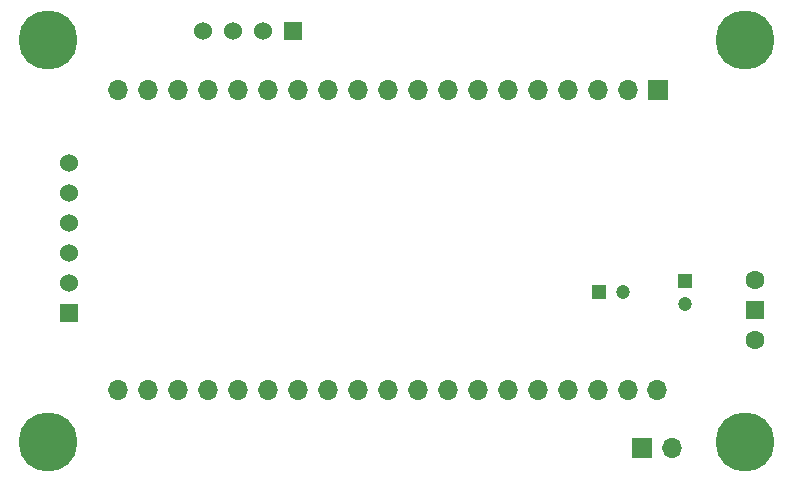
<source format=gbr>
%TF.GenerationSoftware,KiCad,Pcbnew,8.0.4*%
%TF.CreationDate,2024-07-30T00:05:44-04:00*%
%TF.ProjectId,esp32-node-board-40x65_telemetry,65737033-322d-46e6-9f64-652d626f6172,rev?*%
%TF.SameCoordinates,Original*%
%TF.FileFunction,Soldermask,Bot*%
%TF.FilePolarity,Negative*%
%FSLAX46Y46*%
G04 Gerber Fmt 4.6, Leading zero omitted, Abs format (unit mm)*
G04 Created by KiCad (PCBNEW 8.0.4) date 2024-07-30 00:05:44*
%MOMM*%
%LPD*%
G01*
G04 APERTURE LIST*
%ADD10C,5.000000*%
%ADD11R,1.200000X1.200000*%
%ADD12C,1.200000*%
%ADD13R,1.524000X1.524000*%
%ADD14C,1.524000*%
%ADD15R,1.700000X1.700000*%
%ADD16O,1.700000X1.700000*%
%ADD17R,1.500000X1.500000*%
%ADD18C,1.600000*%
G04 APERTURE END LIST*
D10*
%TO.C,H1*%
X82800000Y-84550000D03*
X82800000Y-118550000D03*
X141800000Y-118550000D03*
X141800000Y-84550000D03*
%TD*%
D11*
%TO.C,C2*%
X129427401Y-105850000D03*
D12*
X131427401Y-105850000D03*
%TD*%
D11*
%TO.C,C1*%
X136700000Y-104904801D03*
D12*
X136700000Y-106904801D03*
%TD*%
D13*
%TO.C,J3*%
X103540000Y-83750000D03*
D14*
X95920000Y-83750000D03*
X98460000Y-83750000D03*
X101000000Y-83750000D03*
%TD*%
D15*
%TO.C,J6*%
X134420000Y-88750000D03*
D16*
X131880000Y-88750000D03*
X129340000Y-88750000D03*
X126800000Y-88750000D03*
X124260000Y-88750000D03*
X121720000Y-88750000D03*
X119180000Y-88750000D03*
X116640000Y-88750000D03*
X114100000Y-88750000D03*
X111560000Y-88750000D03*
X109020000Y-88750000D03*
X106480000Y-88750000D03*
X103940000Y-88750000D03*
X101400000Y-88750000D03*
X98860000Y-88750000D03*
X96320000Y-88750000D03*
X93780000Y-88750000D03*
X91240000Y-88750000D03*
X88700000Y-88750000D03*
X88700000Y-114150000D03*
X91240000Y-114150000D03*
X93780000Y-114150000D03*
X96320000Y-114150000D03*
X98860000Y-114150000D03*
X101400000Y-114150000D03*
X103940000Y-114150000D03*
X106480000Y-114150000D03*
X109020000Y-114150000D03*
X111560000Y-114150000D03*
X114100000Y-114150000D03*
X116640000Y-114150000D03*
X119180000Y-114150000D03*
X121720000Y-114150000D03*
X124260000Y-114150000D03*
X126800000Y-114150000D03*
X129340000Y-114150000D03*
X131880000Y-114150000D03*
X134310000Y-114150000D03*
%TD*%
D15*
%TO.C,J1*%
X133060000Y-119050000D03*
D16*
X135600000Y-119050000D03*
%TD*%
D14*
%TO.C,J5*%
X84500000Y-97490000D03*
X84500000Y-105110000D03*
X84500000Y-102570000D03*
X84500000Y-100030000D03*
X84500000Y-94950000D03*
D13*
X84500000Y-107650000D03*
%TD*%
D17*
%TO.C,SW2*%
X142600000Y-107390000D03*
D18*
X142600000Y-104850000D03*
X142600000Y-109930000D03*
%TD*%
M02*

</source>
